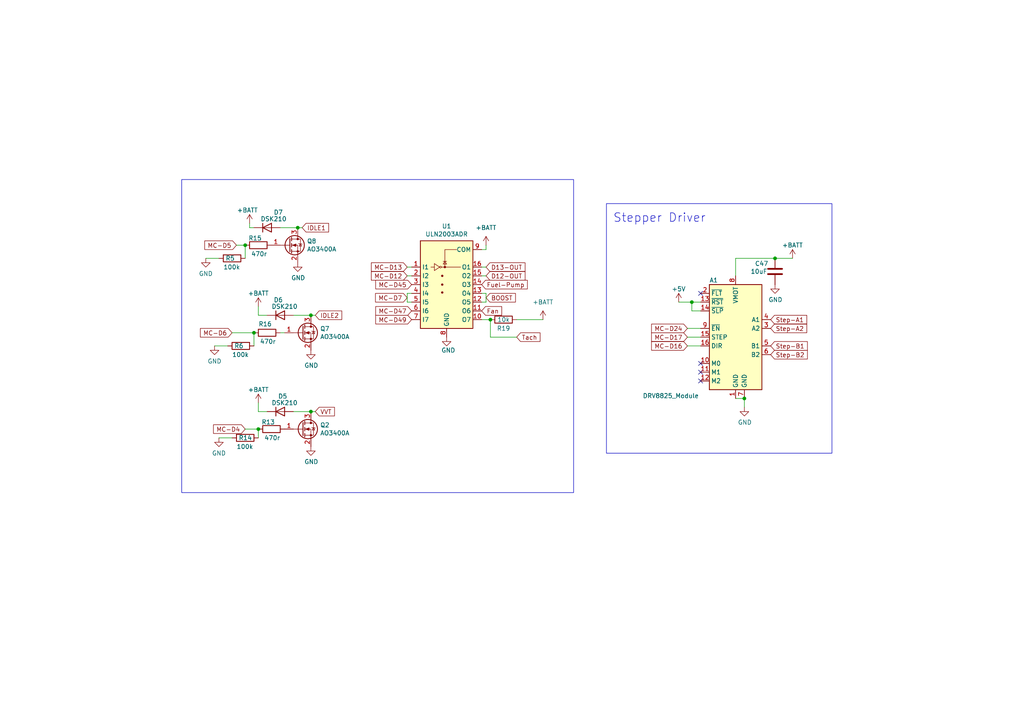
<source format=kicad_sch>
(kicad_sch (version 20250114) (generator "eeschema") (generator_version "9.0")
  (paper "A4")
  (title_block (title "Spark Gap x4") (date "2025-05-18") (rev "C") (company "OpenLogicEFI") (comment 1 "openlogicefi.com"))
  (lib_symbols
    (symbol "Device:C" (pin_numbers (hide yes)) (pin_names (offset 0.254))
      (property "Reference" "C" (at 0.635 2.54 0))
      (property "Value" "C" (at 0.635 -2.54 0))
      (symbol "C_0_1"
        (polyline (pts (xy -2.032 0.762) (xy 2.032 0.762)) (stroke (width 0.508)))
        (polyline (pts (xy -2.032 -0.762) (xy 2.032 -0.762)) (stroke (width 0.508)))
      )
      (symbol "C_1_1"
        (pin passive line (at 0 3.81 270) (length 2.794) (name "~") (number "1"))
        (pin passive line (at 0 -3.81 90) (length 2.794) (name "~") (number "2"))
      )
    )
    (symbol "Device:R" (pin_numbers (hide yes)) (pin_names (offset 0))
      (property "Reference" "R" (at 2.032 0 90))
      (property "Value" "R" (at 0 0 90))
      (symbol "R_0_1"
        (rectangle (start -1.016 -2.54) (end 1.016 2.54) (stroke (width 0.254)))
      )
      (symbol "R_1_1"
        (pin passive line (at 0 3.81 270) (length 1.27) (name "~") (number "1"))
        (pin passive line (at 0 -3.81 90) (length 1.27) (name "~") (number "2"))
      )
    )
    (symbol "Diode:1N4148WS" (pin_numbers (hide yes)) (pin_names (offset 1.016) (hide yes))
      (property "Reference" "D" (at 0 2.54 0))
      (property "Value" "1N4148WS" (at 0 -2.54 0))
      (symbol "1N4148WS_0_1"
        (polyline (pts (xy -1.27 1.27) (xy -1.27 -1.27)) (stroke (width 0.254)))
        (polyline (pts (xy 1.27 1.27) (xy 1.27 -1.27) (xy -1.27 0) (xy 1.27 1.27)) (stroke (width 0.254)))
        (polyline (pts (xy 1.27 0) (xy -1.27 0)))
      )
      (symbol "1N4148WS_1_1"
        (pin passive line (at -3.81 0 0) (length 2.54) (name "K") (number "1"))
        (pin passive line (at 3.81 0 180) (length 2.54) (name "A") (number "2"))
      )
    )
    (symbol "Driver_Motor:Pololu_Breakout_DRV8825"
      (property "Reference" "A" (at -2.54 16.51 0))
      (property "Value" "Pololu_Breakout_DRV8825" (at -2.54 13.97 0))
      (symbol "Pololu_Breakout_DRV8825_0_1"
        (rectangle (start 7.62 -17.78) (end -7.62 12.7) (stroke (width 0.254)) (fill (type background)))
      )
      (symbol "Pololu_Breakout_DRV8825_1_1"
        (pin output line (at -10.16 10.16 0) (length 2.54) (name "~{FLT}") (number "2"))
        (pin input line (at -10.16 7.62 0) (length 2.54) (name "~{RST}") (number "13"))
        (pin input line (at -10.16 5.08 0) (length 2.54) (name "~{SLP}") (number "14"))
        (pin input line (at -10.16 0 0) (length 2.54) (name "~{EN}") (number "9"))
        (pin input line (at -10.16 -2.54 0) (length 2.54) (name "STEP") (number "15"))
        (pin input line (at -10.16 -5.08 0) (length 2.54) (name "DIR") (number "16"))
        (pin input line (at -10.16 -10.16 0) (length 2.54) (name "M0") (number "10"))
        (pin input line (at -10.16 -12.7 0) (length 2.54) (name "M1") (number "11"))
        (pin input line (at -10.16 -15.24 0) (length 2.54) (name "M2") (number "12"))
        (pin power_in line (at 0 15.24 270) (length 2.54) (name "VMOT") (number "8"))
        (pin power_in line (at 0 -20.32 90) (length 2.54) (name "GND") (number "1"))
        (pin power_in line (at 2.54 -20.32 90) (length 2.54) (name "GND") (number "7"))
        (pin output line (at 10.16 2.54 180) (length 2.54) (name "A1") (number "4"))
        (pin output line (at 10.16 0 180) (length 2.54) (name "A2") (number "3"))
        (pin output line (at 10.16 -5.08 180) (length 2.54) (name "B1") (number "5"))
        (pin output line (at 10.16 -7.62 180) (length 2.54) (name "B2") (number "6"))
      )
    )
    (symbol "Transistor_Array:ULN2003A"
      (property "Reference" "U" (at 0 15.875 0))
      (property "Value" "ULN2003A" (at 0 13.97 0))
      (symbol "ULN2003A_0_1"
        (rectangle (start -7.62 -12.7) (end 7.62 12.7) (stroke (width 0.254)) (fill (type background)))
        (polyline (pts (xy -4.572 5.08) (xy -3.556 5.08)))
        (polyline (pts (xy -3.556 6.096) (xy -3.556 4.064) (xy -2.032 5.08) (xy -3.556 6.096)))
        (circle (center -1.778 5.08) (radius 0.254))
        (polyline (pts (xy -1.524 5.08) (xy 4.064 5.08)))
        (circle (center -1.27 2.54) (radius 0.254) (fill (type outline)))
        (circle (center -1.27 0) (radius 0.254) (fill (type outline)))
        (circle (center -1.27 -2.286) (radius 0.254) (fill (type outline)))
        (circle (center -0.508 5.08) (radius 0.254) (fill (type outline)))
        (polyline (pts (xy -0.508 5.08) (xy -0.508 10.16) (xy 2.921 10.16)))
        (polyline (pts (xy 0 6.731) (xy -1.016 6.731)))
        (polyline (pts (xy 0 5.969) (xy -1.016 5.969) (xy -0.508 6.731) (xy 0 5.969)))
      )
      (symbol "ULN2003A_1_1"
        (pin input line (at -10.16 5.08 0) (length 2.54) (name "I1") (number "1"))
        (pin input line (at -10.16 2.54 0) (length 2.54) (name "I2") (number "2"))
        (pin input line (at -10.16 0 0) (length 2.54) (name "I3") (number "3"))
        (pin input line (at -10.16 -2.54 0) (length 2.54) (name "I4") (number "4"))
        (pin input line (at -10.16 -5.08 0) (length 2.54) (name "I5") (number "5"))
        (pin input line (at -10.16 -7.62 0) (length 2.54) (name "I6") (number "6"))
        (pin input line (at -10.16 -10.16 0) (length 2.54) (name "I7") (number "7"))
        (pin power_in line (at 0 -15.24 90) (length 2.54) (name "GND") (number "8"))
        (pin passive line (at 10.16 10.16 180) (length 2.54) (name "COM") (number "9"))
        (pin open_collector line (at 10.16 5.08 180) (length 2.54) (name "O1") (number "16"))
        (pin open_collector line (at 10.16 2.54 180) (length 2.54) (name "O2") (number "15"))
        (pin open_collector line (at 10.16 0 180) (length 2.54) (name "O3") (number "14"))
        (pin open_collector line (at 10.16 -2.54 180) (length 2.54) (name "O4") (number "13"))
        (pin open_collector line (at 10.16 -5.08 180) (length 2.54) (name "O5") (number "12"))
        (pin open_collector line (at 10.16 -7.62 180) (length 2.54) (name "O6") (number "11"))
        (pin open_collector line (at 10.16 -10.16 180) (length 2.54) (name "O7") (number "10"))
      )
    )
    (symbol "Transistor_FET:AO3400A" (pin_names (hide yes))
      (property "Reference" "Q" (at 5.08 1.905 0))
      (property "Value" "AO3400A" (at 5.08 0 0))
      (symbol "AO3400A_0_1"
        (polyline (pts (xy 0.254 1.905) (xy 0.254 -1.905)) (stroke (width 0.254)))
        (polyline (pts (xy 0.254 0) (xy -2.54 0)))
        (polyline (pts (xy 0.762 2.286) (xy 0.762 1.27)) (stroke (width 0.254)))
        (polyline (pts (xy 0.762 0.508) (xy 0.762 -0.508)) (stroke (width 0.254)))
        (polyline (pts (xy 0.762 -1.27) (xy 0.762 -2.286)) (stroke (width 0.254)))
        (polyline (pts (xy 0.762 -1.778) (xy 3.302 -1.778) (xy 3.302 1.778) (xy 0.762 1.778)))
        (polyline (pts (xy 1.016 0) (xy 2.032 0.381) (xy 2.032 -0.381) (xy 1.016 0)) (fill (type outline)))
        (circle (center 1.651 0) (radius 2.794) (stroke (width 0.254)))
        (polyline (pts (xy 2.54 2.54) (xy 2.54 1.778)))
        (circle (center 2.54 1.778) (radius 0.254) (fill (type outline)))
        (circle (center 2.54 -1.778) (radius 0.254) (fill (type outline)))
        (polyline (pts (xy 2.54 -2.54) (xy 2.54 0) (xy 0.762 0)))
        (polyline (pts (xy 2.794 0.508) (xy 2.921 0.381) (xy 3.683 0.381) (xy 3.81 0.254)))
        (polyline (pts (xy 3.302 0.381) (xy 2.921 -0.254) (xy 3.683 -0.254) (xy 3.302 0.381)))
      )
      (symbol "AO3400A_1_1"
        (pin input line (at -5.08 0 0) (length 2.54) (name "G") (number "1"))
        (pin passive line (at 2.54 5.08 270) (length 2.54) (name "D") (number "3"))
        (pin passive line (at 2.54 -5.08 90) (length 2.54) (name "S") (number "2"))
      )
    )
    (symbol "power:+5V" (power) (pin_names (offset 0))
      (property "Value" "+5V" (at 0 3.556 0))
      (symbol "+5V_0_1"
        (polyline (pts (xy -0.762 1.27) (xy 0 2.54)))
        (polyline (pts (xy 0 2.54) (xy 0.762 1.27)))
        (polyline (pts (xy 0 0) (xy 0 2.54)))
      )
      (symbol "+5V_1_1"
        (pin power_in line (at 0 0 90) (length 0) (hide yes) (name "+5V") (number "1"))
      )
    )
    (symbol "power:+BATT" (power) (pin_names (offset 0))
      (property "Value" "+BATT" (at 0 3.556 0))
      (symbol "+BATT_0_1"
        (polyline (pts (xy -0.762 1.27) (xy 0 2.54)))
        (polyline (pts (xy 0 2.54) (xy 0.762 1.27)))
        (polyline (pts (xy 0 0) (xy 0 2.54)))
      )
      (symbol "+BATT_1_1"
        (pin power_in line (at 0 0 90) (length 0) (hide yes) (name "+BATT") (number "1"))
      )
    )
    (symbol "power:GND" (power) (pin_names (offset 0))
      (property "Value" "GND" (at 0 -3.81 0))
      (symbol "GND_0_1"
        (polyline (pts (xy 0 0) (xy 0 -1.27) (xy 1.27 -1.27) (xy 0 -2.54) (xy -1.27 -1.27) (xy 0 -1.27)))
      )
      (symbol "GND_1_1"
        (pin power_in line (at 0 0 270) (length 0) (hide yes) (name "GND") (number "1"))
      )
    )
  )
  (rectangle (start 52.705 52.07) (end 166.37 142.875))
  (rectangle (start 175.895 59.055) (end 241.3 131.445))
  (text "Stepper Driver" (at 177.8 64.77 0) (effects (font (size 2.4892 2.4892)) (justify left bottom)))
  (junction (at 74.93 124.46))
  (junction (at 73.66 96.52))
  (junction (at 200.66 87.63))
  (junction (at 215.9 115.57))
  (junction (at 90.17 119.38))
  (junction (at 224.79 74.93))
  (junction (at 86.36 66.04))
  (junction (at 142.24 92.71))
  (junction (at 90.17 91.44))
  (junction (at 71.12 71.12))
  (no_connect (at 203.2 110.49))
  (no_connect (at 203.2 105.41))
  (no_connect (at 203.2 85.09))
  (no_connect (at 203.2 107.95))
  (wire (pts (xy 67.31 96.52) (xy 73.66 96.52)))
  (wire (pts (xy 87.63 66.04) (xy 86.36 66.04)))
  (wire (pts (xy 140.97 77.47) (xy 139.7 77.47)))
  (wire (pts (xy 149.86 97.79) (xy 142.24 97.79)))
  (wire (pts (xy 213.36 74.93) (xy 213.36 80.01)))
  (wire (pts (xy 139.7 87.63) (xy 140.97 87.63)))
  (wire (pts (xy 213.36 115.57) (xy 215.9 115.57)))
  (wire (pts (xy 74.93 88.9) (xy 74.93 91.44)))
  (wire (pts (xy 139.7 92.71) (xy 142.24 92.71)))
  (wire (pts (xy 74.93 91.44) (xy 77.47 91.44)))
  (wire (pts (xy 71.12 124.46) (xy 74.93 124.46)))
  (wire (pts (xy 139.7 72.39) (xy 140.97 72.39)))
  (wire (pts (xy 139.7 80.01) (xy 140.97 80.01)))
  (wire (pts (xy 140.97 85.09) (xy 139.7 85.09)))
  (wire (pts (xy 119.38 87.63) (xy 118.11 87.63)))
  (wire (pts (xy 215.9 115.57) (xy 215.9 118.11)))
  (wire (pts (xy 200.66 90.17) (xy 203.2 90.17)))
  (wire (pts (xy 199.39 100.33) (xy 203.2 100.33)))
  (wire (pts (xy 91.44 91.44) (xy 90.17 91.44)))
  (wire (pts (xy 91.44 119.38) (xy 90.17 119.38)))
  (wire (pts (xy 149.86 92.71) (xy 157.48 92.71)))
  (wire (pts (xy 59.69 74.93) (xy 63.5 74.93)))
  (wire (pts (xy 68.58 71.12) (xy 71.12 71.12)))
  (wire (pts (xy 73.66 96.52) (xy 73.66 100.33)))
  (wire (pts (xy 74.93 124.46) (xy 74.93 127)))
  (wire (pts (xy 200.66 87.63) (xy 200.66 90.17)))
  (wire (pts (xy 203.2 87.63) (xy 200.66 87.63)))
  (wire (pts (xy 224.79 74.93) (xy 229.87 74.93)))
  (wire (pts (xy 81.28 96.52) (xy 82.55 96.52)))
  (wire (pts (xy 85.09 91.44) (xy 90.17 91.44)))
  (wire (pts (xy 74.93 116.84) (xy 74.93 119.38)))
  (wire (pts (xy 86.36 66.04) (xy 81.28 66.04)))
  (wire (pts (xy 119.38 80.01) (xy 118.11 80.01)))
  (wire (pts (xy 203.2 97.79) (xy 199.39 97.79)))
  (wire (pts (xy 74.93 119.38) (xy 77.47 119.38)))
  (wire (pts (xy 63.5 127) (xy 67.31 127)))
  (wire (pts (xy 140.97 85.09) (xy 140.97 87.63)))
  (wire (pts (xy 118.11 85.09) (xy 118.11 87.63)))
  (wire (pts (xy 119.38 77.47) (xy 118.11 77.47)))
  (wire (pts (xy 196.85 87.63) (xy 200.66 87.63)))
  (wire (pts (xy 213.36 74.93) (xy 224.79 74.93)))
  (wire (pts (xy 72.39 66.04) (xy 73.66 66.04)))
  (wire (pts (xy 199.39 95.25) (xy 203.2 95.25)))
  (wire (pts (xy 119.38 85.09) (xy 118.11 85.09)))
  (wire (pts (xy 140.97 71.12) (xy 140.97 72.39)))
  (wire (pts (xy 142.24 97.79) (xy 142.24 92.71)))
  (wire (pts (xy 62.23 100.33) (xy 66.04 100.33)))
  (wire (pts (xy 71.12 71.12) (xy 71.12 74.93)))
  (wire (pts (xy 90.17 119.38) (xy 85.09 119.38)))
  (wire (pts (xy 72.39 64.77) (xy 72.39 66.04)))
  (global_label "MC-D45" (shape input) (at 119.38 82.55 180) (property "Intersheetrefs" "${INTERSHEET_REFS}" (effects (hide yes))))
  (global_label "MC-D4" (shape input) (at 71.12 124.46 180) (property "Intersheetrefs" "${INTERSHEET_REFS}" (effects (hide yes))))
  (global_label "Step-B1" (shape input) (at 223.52 100.33 0) (property "Intersheetrefs" "${INTERSHEET_REFS}" (effects (hide yes))))
  (global_label "MC-D5" (shape input) (at 68.58 71.12 180) (property "Intersheetrefs" "${INTERSHEET_REFS}" (effects (hide yes))))
  (global_label "MC-D17" (shape input) (at 199.39 97.79 180) (property "Intersheetrefs" "${INTERSHEET_REFS}" (effects (hide yes))))
  (global_label "MC-D7" (shape input) (at 118.11 86.36 180) (property "Intersheetrefs" "${INTERSHEET_REFS}" (effects (hide yes))))
  (global_label "MC-D6" (shape input) (at 67.31 96.52 180) (property "Intersheetrefs" "${INTERSHEET_REFS}" (effects (hide yes))))
  (global_label "MC-D12" (shape input) (at 118.11 80.01 180) (property "Intersheetrefs" "${INTERSHEET_REFS}" (effects (hide yes))))
  (global_label "Fan" (shape input) (at 139.7 90.17 0) (property "Intersheetrefs" "${INTERSHEET_REFS}" (effects (hide yes))))
  (global_label "BOOST" (shape input) (at 140.97 86.36 0) (property "Intersheetrefs" "${INTERSHEET_REFS}" (effects (hide yes))))
  (global_label "Step-B2" (shape input) (at 223.52 102.87 0) (property "Intersheetrefs" "${INTERSHEET_REFS}" (effects (hide yes))))
  (global_label "MC-D47" (shape input) (at 119.38 90.17 180) (property "Intersheetrefs" "${INTERSHEET_REFS}" (effects (hide yes))))
  (global_label "IDLE1" (shape input) (at 87.63 66.04 0) (property "Intersheetrefs" "${INTERSHEET_REFS}" (effects (hide yes))))
  (global_label "MC-D24" (shape input) (at 199.39 95.25 180) (property "Intersheetrefs" "${INTERSHEET_REFS}" (effects (hide yes))))
  (global_label "D13-OUT" (shape input) (at 140.97 77.47 0) (property "Intersheetrefs" "${INTERSHEET_REFS}" (effects (hide yes))))
  (global_label "VVT" (shape input) (at 91.44 119.38 0) (property "Intersheetrefs" "${INTERSHEET_REFS}" (effects (hide yes))))
  (global_label "MC-D49" (shape input) (at 119.38 92.71 180) (property "Intersheetrefs" "${INTERSHEET_REFS}" (effects (hide yes))))
  (global_label "D12-OUT" (shape input) (at 140.97 80.01 0) (property "Intersheetrefs" "${INTERSHEET_REFS}" (effects (hide yes))))
  (global_label "IDLE2" (shape input) (at 91.44 91.44 0) (property "Intersheetrefs" "${INTERSHEET_REFS}" (effects (hide yes))))
  (global_label "Tach" (shape input) (at 149.86 97.79 0) (property "Intersheetrefs" "${INTERSHEET_REFS}" (effects (hide yes))))
  (global_label "Step-A2" (shape input) (at 223.52 95.25 0) (property "Intersheetrefs" "${INTERSHEET_REFS}" (effects (hide yes))))
  (global_label "MC-D13" (shape input) (at 118.11 77.47 180) (property "Intersheetrefs" "${INTERSHEET_REFS}" (effects (hide yes))))
  (global_label "Fuel-Pump" (shape input) (at 139.7 82.55 0) (property "Intersheetrefs" "${INTERSHEET_REFS}" (effects (hide yes))))
  (global_label "MC-D16" (shape input) (at 199.39 100.33 180) (property "Intersheetrefs" "${INTERSHEET_REFS}" (effects (hide yes))))
  (global_label "Step-A1" (shape input) (at 223.52 92.71 0) (property "Intersheetrefs" "${INTERSHEET_REFS}" (effects (hide yes))))
  (symbol (lib_id "Transistor_Array:ULN2003A") (at 129.54 82.55 0) (unit 1)
    (property "Reference" "U1" (at 129.54 65.6082 0))
    (property "Value" "ULN2003ADR" (at 129.54 67.9196 0))
    (property "Footprint" "Package_SO:SOIC-16_3.9x9.9mm_P1.27mm" (effects (hide yes)))
    (property "Datasheet" "http://www.ti.com/lit/ds/symlink/uln2003a.pdf" (effects (hide yes)))
    (property "LCSC" "C7512" (effects (hide yes)))
    (property "Manufacture Part Number" "ULN2003ADR" (effects (hide yes)))
  )
  (symbol (lib_id "power:GND") (at 129.54 97.79 0) (unit 1)
    (property "Reference" "#PWR087" (effects (hide yes)))
    (property "Value" "GND" (at 132.08 101.6 0) (effects (justify right)))
  )
  (symbol (lib_id "Device:R") (at 146.05 92.71 90) (unit 1)
    (property "Reference" "R19" (at 146.05 95.25 90))
    (property "Value" "10k" (at 146.05 92.71 90))
    (property "Footprint" "Resistor_SMD:R_0402_1005Metric" (effects (hide yes)))
    (property "LCSC" "C25744" (effects (hide yes)))
    (property "Manufacture Part Number" "0402WGF1002TCE" (effects (hide yes)))
  )
  (symbol (lib_id "Driver_Motor:Pololu_Breakout_DRV8825") (at 213.36 95.25 0) (unit 1) (in_bom no)
    (property "Reference" "A1" (at 207.01 81.28 0))
    (property "Value" "DRV8825_Module" (at 194.564 114.808 0))
    (property "Footprint" "Detonation:DVR8825-Labeled-Front" (effects (hide yes)))
    (property "Datasheet" "https://www.pololu.com/product/2982" (effects (hide yes)))
  )
  (symbol (lib_id "power:GND") (at 215.9 118.11 0) (unit 1)
    (property "Reference" "#PWR091" (effects (hide yes)))
    (property "Value" "GND" (at 216.027 122.5042 0))
  )
  (symbol (lib_id "power:GND") (at 62.23 100.33 0) (unit 1)
    (property "Reference" "#PWR05" (effects (hide yes)))
    (property "Value" "GND" (at 62.23 104.775 0))
  )
  (symbol (lib_id "power:GND") (at 90.17 129.54 0) (unit 1)
    (property "Reference" "#PWR055" (effects (hide yes)))
    (property "Value" "GND" (at 90.297 133.9342 0))
  )
  (symbol (lib_id "power:GND") (at 90.17 101.6 0) (unit 1)
    (property "Reference" "#PWR09" (effects (hide yes)))
    (property "Value" "GND" (at 90.297 105.9942 0))
  )
  (symbol (lib_id "Diode:1N4148WS") (at 81.28 119.38 0) (unit 1)
    (property "Reference" "D5" (at 80.645 114.935 0) (effects (justify left)))
    (property "Value" "DSK210" (at 78.74 116.84 0) (effects (justify left)))
    (property "Footprint" "Diode_SMD:D_SOD-123F" (effects (hide yes)))
    (property "Datasheet" "https://www.vishay.com/docs/85751/1n4148ws.pdf" (effects (hide yes)))
    (property "LCSC" "C7502713" (effects (hide yes)))
    (property "Manufacture Part Number" "DSK210" (effects (hide yes)))
  )
  (symbol (lib_id "power:+5V") (at 196.85 87.63 0) (unit 1)
    (property "Reference" "#PWR089" (effects (hide yes)))
    (property "Value" "+5V" (at 196.85 83.82 0))
  )
  (symbol (lib_id "Diode:1N4148WS") (at 81.28 91.44 0) (unit 1)
    (property "Reference" "D6" (at 79.375 86.995 0) (effects (justify left)))
    (property "Value" "DSK210" (at 78.74 88.9 0) (effects (justify left)))
    (property "Footprint" "Diode_SMD:D_SOD-123F" (effects (hide yes)))
    (property "Datasheet" "https://www.vishay.com/docs/85751/1n4148ws.pdf" (effects (hide yes)))
    (property "LCSC" "C7502713" (effects (hide yes)))
    (property "Manufacture Part Number" "DSK210" (effects (hide yes)))
  )
  (symbol (lib_id "Device:R") (at 71.12 127 90) (unit 1)
    (property "Reference" "R14" (at 69.215 127 90) (effects (justify right)))
    (property "Value" "100k" (at 68.58 129.54 90) (effects (justify right)))
    (property "Footprint" "Resistor_SMD:R_0402_1005Metric" (effects (hide yes)))
    (property "LCSC" "C25741" (effects (hide yes)))
    (property "Manufacture Part Number" "0402WGF1003TCE" (effects (hide yes)))
  )
  (symbol (lib_id "power:+BATT") (at 140.97 71.12 0) (unit 1)
    (property "Reference" "#PWR031" (effects (hide yes)))
    (property "Value" "+BATT" (at 140.97 66.04 0))
  )
  (symbol (lib_id "power:+BATT") (at 157.48 92.71 0) (unit 1)
    (property "Reference" "#PWR08" (effects (hide yes)))
    (property "Value" "+BATT" (at 157.48 87.63 0))
  )
  (symbol (lib_id "Transistor_FET:AO3400A") (at 83.82 71.12 0) (unit 1)
    (property "Reference" "Q8" (at 89.027 69.9516 0) (effects (justify left)))
    (property "Value" "AO3400A" (at 89.027 72.263 0) (effects (justify left)))
    (property "Footprint" "Package_TO_SOT_SMD:SOT-23" (effects (hide yes)))
    (property "Datasheet" "http://www.aosmd.com/pdfs/datasheet/AO3400A.pdf" (effects (hide yes)))
    (property "LCSC" "C20917" (effects (hide yes)))
  )
  (symbol (lib_id "Device:C") (at 224.79 78.74 0) (mirror y) (unit 1)
    (property "Reference" "C47" (at 218.948 76.454 0) (effects (justify right)))
    (property "Value" "10uF" (at 217.678 78.74 0) (effects (justify right)))
    (property "Footprint" "Capacitor_SMD:C_1206_3216Metric" (effects (hide yes)))
    (property "Manufacture Part Number" "CL31A106KBHNNNE" (effects (hide yes)))
    (property "LCSC" "C13585" (effects (hide yes)))
  )
  (symbol (lib_id "power:+BATT") (at 74.93 88.9 0) (unit 1)
    (property "Reference" "#PWR035" (effects (hide yes)))
    (property "Value" "+BATT" (at 74.93 85.09 0))
  )
  (symbol (lib_id "power:+BATT") (at 72.39 64.77 0) (unit 1)
    (property "Reference" "#PWR030" (effects (hide yes)))
    (property "Value" "+BATT" (at 71.755 60.96 0))
  )
  (symbol (lib_id "Transistor_FET:AO3400A") (at 87.63 96.52 0) (unit 1)
    (property "Reference" "Q7" (at 92.837 95.3516 0) (effects (justify left)))
    (property "Value" "AO3400A" (at 92.837 97.663 0) (effects (justify left)))
    (property "Footprint" "Package_TO_SOT_SMD:SOT-23" (effects (hide yes)))
    (property "Datasheet" "http://www.aosmd.com/pdfs/datasheet/AO3400A.pdf" (effects (hide yes)))
    (property "LCSC" "C20917" (effects (hide yes)))
  )
  (symbol (lib_id "power:GND") (at 224.79 82.55 0) (unit 1)
    (property "Reference" "#PWR0129" (effects (hide yes)))
    (property "Value" "GND" (at 224.917 86.9442 0))
  )
  (symbol (lib_id "power:GND") (at 63.5 127 0) (unit 1)
    (property "Reference" "#PWR053" (effects (hide yes)))
    (property "Value" "GND" (at 63.5 131.445 0))
  )
  (symbol (lib_id "Device:R") (at 69.85 100.33 90) (unit 1)
    (property "Reference" "R6" (at 67.945 100.33 90) (effects (justify right)))
    (property "Value" "100k" (at 67.31 102.87 90) (effects (justify right)))
    (property "Footprint" "Resistor_SMD:R_0402_1005Metric" (effects (hide yes)))
    (property "LCSC" "C25741" (effects (hide yes)))
    (property "Manufacture Part Number" "0402WGF1003TCE" (effects (hide yes)))
  )
  (symbol (lib_id "power:GND") (at 86.36 76.2 0) (unit 1)
    (property "Reference" "#PWR013" (effects (hide yes)))
    (property "Value" "GND" (at 86.487 80.5942 0))
  )
  (symbol (lib_id "Device:R") (at 78.74 124.46 90) (unit 1)
    (property "Reference" "R13" (at 79.756 122.428 90) (effects (justify left)))
    (property "Value" "470r" (at 81.28 127 90) (effects (justify left)))
    (property "Footprint" "Resistor_SMD:R_0402_1005Metric" (effects (hide yes)))
    (property "LCSC" "C25117" (effects (hide yes)))
    (property "Manufacture Part Number" "0402WGF4700TCE" (effects (hide yes)))
  )
  (symbol (lib_id "Transistor_FET:AO3400A") (at 87.63 124.46 0) (unit 1)
    (property "Reference" "Q2" (at 92.837 123.2916 0) (effects (justify left)))
    (property "Value" "AO3400A" (at 92.837 125.603 0) (effects (justify left)))
    (property "Footprint" "Package_TO_SOT_SMD:SOT-23" (effects (hide yes)))
    (property "Datasheet" "http://www.aosmd.com/pdfs/datasheet/AO3400A.pdf" (effects (hide yes)))
    (property "LCSC" "C20917" (effects (hide yes)))
  )
  (symbol (lib_id "power:+BATT") (at 229.87 74.93 0) (unit 1)
    (property "Reference" "#PWR0130" (effects (hide yes)))
    (property "Value" "+BATT" (at 229.87 71.12 0))
  )
  (symbol (lib_id "Device:R") (at 67.31 74.93 90) (unit 1)
    (property "Reference" "R5" (at 65.405 74.93 90) (effects (justify right)))
    (property "Value" "100k" (at 64.77 77.47 90) (effects (justify right)))
    (property "Footprint" "Resistor_SMD:R_0402_1005Metric" (effects (hide yes)))
    (property "LCSC" "C25741" (effects (hide yes)))
    (property "Manufacture Part Number" "0402WGF1003TCE" (effects (hide yes)))
  )
  (symbol (lib_id "Diode:1N4148WS") (at 77.47 66.04 0) (unit 1)
    (property "Reference" "D7" (at 79.375 61.595 0) (effects (justify left)))
    (property "Value" "DSK210" (at 75.565 63.5 0) (effects (justify left)))
    (property "Footprint" "Diode_SMD:D_SOD-123F" (effects (hide yes)))
    (property "Datasheet" "https://www.vishay.com/docs/85751/1n4148ws.pdf" (effects (hide yes)))
    (property "LCSC" "C7502713" (effects (hide yes)))
    (property "Manufacture Part Number" "DSK210" (effects (hide yes)))
  )
  (symbol (lib_id "Device:R") (at 74.93 71.12 90) (unit 1)
    (property "Reference" "R15" (at 75.946 69.088 90) (effects (justify left)))
    (property "Value" "470r" (at 77.47 73.66 90) (effects (justify left)))
    (property "Footprint" "Resistor_SMD:R_0402_1005Metric" (effects (hide yes)))
    (property "LCSC" "C25117" (effects (hide yes)))
    (property "Manufacture Part Number" "0402WGF4700TCE" (effects (hide yes)))
  )
  (symbol (lib_id "power:GND") (at 59.69 74.93 0) (unit 1)
    (property "Reference" "#PWR06" (effects (hide yes)))
    (property "Value" "GND" (at 59.69 79.375 0))
  )
  (symbol (lib_id "power:+BATT") (at 74.93 116.84 0) (unit 1)
    (property "Reference" "#PWR054" (effects (hide yes)))
    (property "Value" "+BATT" (at 74.93 113.03 0))
  )
  (symbol (lib_id "Device:R") (at 77.47 96.52 90) (unit 1)
    (property "Reference" "R16" (at 78.867 93.98 90) (effects (justify left)))
    (property "Value" "470r" (at 80.01 99.06 90) (effects (justify left)))
    (property "Footprint" "Resistor_SMD:R_0402_1005Metric" (effects (hide yes)))
    (property "LCSC" "C25117" (effects (hide yes)))
    (property "Manufacture Part Number" "0402WGF4700TCE" (effects (hide yes)))
  )
)
</source>
